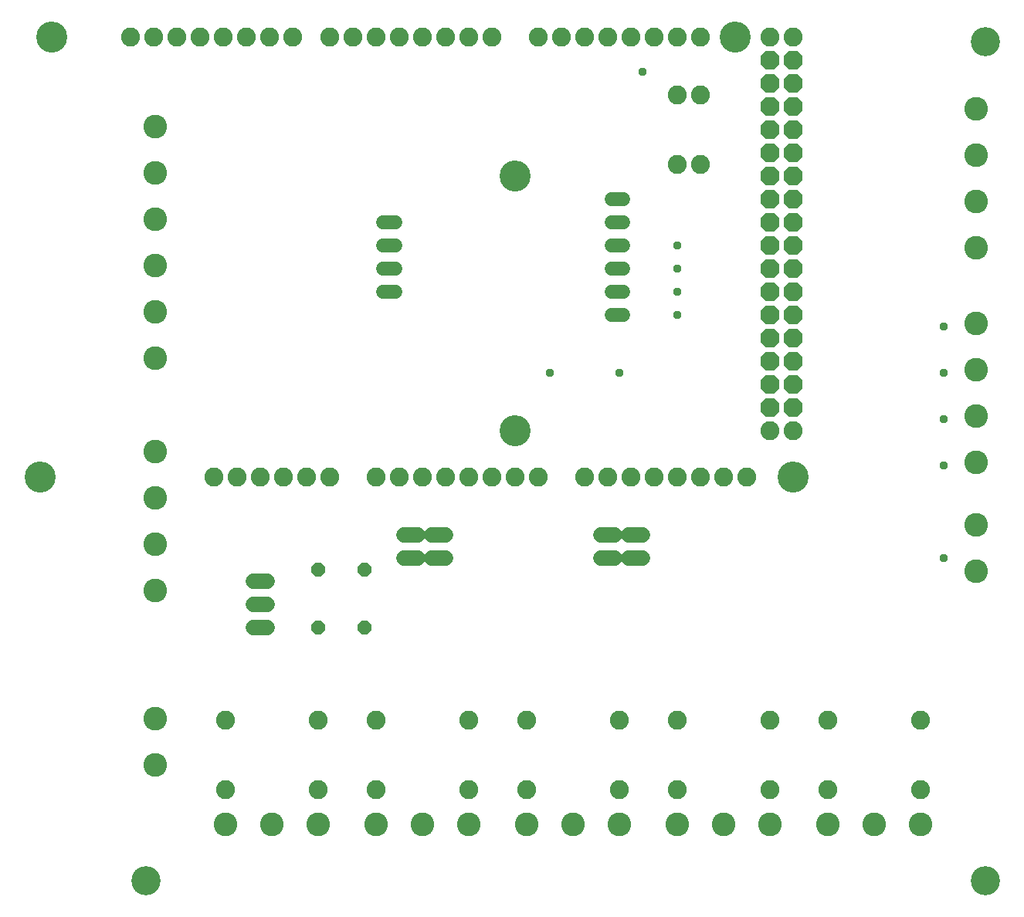
<source format=gbr>
G04 EAGLE Gerber RS-274X export*
G75*
%MOMM*%
%FSLAX34Y34*%
%LPD*%
%INSoldermask Top*%
%IPPOS*%
%AMOC8*
5,1,8,0,0,1.08239X$1,22.5*%
G01*
%ADD10C,3.203200*%
%ADD11C,2.082800*%
%ADD12P,2.254402X8X112.500000*%
%ADD13C,3.403200*%
%ADD14C,1.511200*%
%ADD15C,2.603200*%
%ADD16C,1.727200*%
%ADD17P,1.649562X8X202.500000*%
%ADD18P,1.649562X8X22.500000*%
%ADD19C,0.959600*%


D10*
X960000Y40000D03*
X40000Y40000D03*
X960000Y960000D03*
D11*
X546100Y482600D03*
X571500Y482600D03*
X596900Y482600D03*
X622300Y482600D03*
X647700Y482600D03*
X673100Y482600D03*
X698500Y482600D03*
X520700Y482600D03*
X495300Y965200D03*
X520700Y965200D03*
X546100Y965200D03*
X571500Y965200D03*
X596900Y965200D03*
X622300Y965200D03*
X647700Y965200D03*
X469900Y965200D03*
X317500Y482600D03*
X342900Y482600D03*
X368300Y482600D03*
X393700Y482600D03*
X419100Y482600D03*
X444500Y482600D03*
X469900Y482600D03*
X292100Y482600D03*
X266700Y965200D03*
X292100Y965200D03*
X317500Y965200D03*
X342900Y965200D03*
X368300Y965200D03*
X393700Y965200D03*
X419100Y965200D03*
X241300Y965200D03*
X48260Y965200D03*
X73660Y965200D03*
X99060Y965200D03*
X124460Y965200D03*
X149860Y965200D03*
X175260Y965200D03*
X200660Y965200D03*
X22860Y965200D03*
D12*
X749300Y762000D03*
X723900Y762000D03*
X749300Y787400D03*
X723900Y787400D03*
X749300Y812800D03*
X723900Y812800D03*
X749300Y838200D03*
X723900Y838200D03*
X749300Y863600D03*
X723900Y863600D03*
X749300Y889000D03*
X723900Y889000D03*
X749300Y914400D03*
X723900Y914400D03*
X749300Y939800D03*
X723900Y939800D03*
X749300Y558800D03*
X723900Y558800D03*
X749300Y584200D03*
X723900Y584200D03*
X749300Y609600D03*
X723900Y609600D03*
X749300Y635000D03*
X723900Y635000D03*
X749300Y660400D03*
X723900Y660400D03*
X749300Y685800D03*
X723900Y685800D03*
X749300Y711200D03*
X723900Y711200D03*
X749300Y736600D03*
X723900Y736600D03*
D11*
X723900Y533400D03*
X749300Y533400D03*
X723900Y965200D03*
X749300Y965200D03*
X114300Y482600D03*
X139700Y482600D03*
X165100Y482600D03*
X190500Y482600D03*
X215900Y482600D03*
X241300Y482600D03*
D13*
X-63500Y965200D03*
X-76200Y482600D03*
X444500Y812800D03*
X444500Y533400D03*
X685800Y965200D03*
X749300Y482600D03*
D14*
X563340Y660400D02*
X550260Y660400D01*
X550260Y685800D02*
X563340Y685800D01*
X563340Y711200D02*
X550260Y711200D01*
X550260Y736600D02*
X563340Y736600D01*
X563340Y762000D02*
X550260Y762000D01*
X550260Y787400D02*
X563340Y787400D01*
X313340Y685800D02*
X300260Y685800D01*
X300260Y711200D02*
X313340Y711200D01*
X313340Y736600D02*
X300260Y736600D01*
X300260Y762000D02*
X313340Y762000D01*
D11*
X787400Y215900D03*
X787400Y139700D03*
X889000Y215900D03*
X889000Y139700D03*
X622300Y215900D03*
X622300Y139700D03*
X723900Y215900D03*
X723900Y139700D03*
X457200Y215900D03*
X457200Y139700D03*
X558800Y215900D03*
X558800Y139700D03*
X292100Y215900D03*
X292100Y139700D03*
X393700Y215900D03*
X393700Y139700D03*
X127000Y215900D03*
X127000Y139700D03*
X228600Y215900D03*
X228600Y139700D03*
D15*
X838200Y101600D03*
X787400Y101600D03*
X889000Y101600D03*
X673100Y101600D03*
X622300Y101600D03*
X723900Y101600D03*
X508000Y101600D03*
X457200Y101600D03*
X558800Y101600D03*
X342900Y101600D03*
X292100Y101600D03*
X393700Y101600D03*
X177800Y101600D03*
X127000Y101600D03*
X228600Y101600D03*
D16*
X172720Y368300D02*
X157480Y368300D01*
X157480Y342900D02*
X172720Y342900D01*
X172720Y317500D02*
X157480Y317500D01*
D11*
X622300Y901700D03*
X622300Y825500D03*
X647700Y901700D03*
X647700Y825500D03*
D15*
X950000Y784600D03*
X950000Y733800D03*
X950000Y835400D03*
X950000Y886200D03*
X950000Y549600D03*
X950000Y498800D03*
X950000Y600400D03*
X950000Y651200D03*
X50000Y166900D03*
X50000Y217700D03*
X950000Y430400D03*
X950000Y379600D03*
D17*
X279400Y381000D03*
X228600Y381000D03*
D18*
X228600Y317500D03*
X279400Y317500D03*
D15*
X50000Y459700D03*
X50000Y510500D03*
X50000Y408900D03*
X50000Y358100D03*
D16*
X322580Y419100D02*
X337820Y419100D01*
X337820Y393700D02*
X322580Y393700D01*
X353060Y419100D02*
X368300Y419100D01*
X368300Y393700D02*
X353060Y393700D01*
D15*
X50000Y816200D03*
X50000Y867000D03*
X50000Y765400D03*
X50000Y714600D03*
X50000Y663800D03*
X50000Y613000D03*
D16*
X538480Y419100D02*
X553720Y419100D01*
X553720Y393700D02*
X538480Y393700D01*
X568960Y419100D02*
X584200Y419100D01*
X584200Y393700D02*
X568960Y393700D01*
D19*
X482600Y596900D03*
X558800Y596900D03*
X914400Y393700D03*
X622300Y660400D03*
X914400Y495300D03*
X622300Y685800D03*
X914400Y546100D03*
X622300Y711200D03*
X914400Y596900D03*
X622300Y736600D03*
X914400Y647700D03*
X584200Y927100D03*
M02*

</source>
